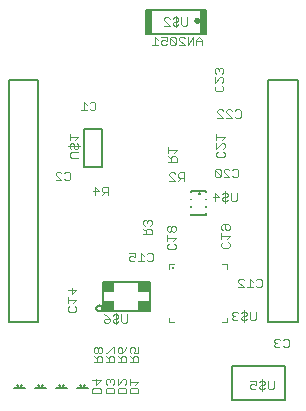
<source format=gbo>
G75*
%MOIN*%
%OFA0B0*%
%FSLAX24Y24*%
%IPPOS*%
%LPD*%
%AMOC8*
5,1,8,0,0,1.08239X$1,22.5*
%
%ADD10C,0.0030*%
%ADD11C,0.0100*%
%ADD12C,0.0080*%
%ADD13C,0.0050*%
%ADD14R,0.0197X0.0787*%
%ADD15C,0.0040*%
%ADD16C,0.0118*%
%ADD17R,0.0394X0.0354*%
D10*
X002718Y003359D02*
X002767Y003311D01*
X002960Y003311D01*
X003009Y003359D01*
X003009Y003456D01*
X002960Y003505D01*
X002912Y003606D02*
X003009Y003702D01*
X002718Y003702D01*
X002718Y003606D02*
X002718Y003799D01*
X002863Y003900D02*
X002863Y004094D01*
X002718Y004045D02*
X003009Y004045D01*
X002863Y003900D01*
X002767Y003505D02*
X002718Y003456D01*
X002718Y003359D01*
X003637Y002133D02*
X003588Y002085D01*
X003588Y001988D01*
X003637Y001940D01*
X003685Y001940D01*
X003733Y001988D01*
X003733Y002085D01*
X003685Y002133D01*
X003637Y002133D01*
X003733Y002085D02*
X003782Y002133D01*
X003830Y002133D01*
X003879Y002085D01*
X003879Y001988D01*
X003830Y001940D01*
X003782Y001940D01*
X003733Y001988D01*
X003733Y001838D02*
X003685Y001790D01*
X003685Y001645D01*
X003588Y001645D02*
X003879Y001645D01*
X003879Y001790D01*
X003830Y001838D01*
X003733Y001838D01*
X003685Y001742D02*
X003588Y001838D01*
X003988Y001838D02*
X004085Y001742D01*
X004085Y001790D02*
X004085Y001645D01*
X003988Y001645D02*
X004279Y001645D01*
X004279Y001790D01*
X004230Y001838D01*
X004133Y001838D01*
X004085Y001790D01*
X004037Y001940D02*
X003988Y001940D01*
X004037Y001940D02*
X004230Y002133D01*
X004279Y002133D01*
X004279Y001940D01*
X004388Y001988D02*
X004388Y002085D01*
X004437Y002133D01*
X004485Y002133D01*
X004533Y002085D01*
X004533Y001940D01*
X004437Y001940D01*
X004388Y001988D01*
X004388Y001838D02*
X004485Y001742D01*
X004485Y001790D02*
X004485Y001645D01*
X004388Y001645D02*
X004679Y001645D01*
X004679Y001790D01*
X004630Y001838D01*
X004533Y001838D01*
X004485Y001790D01*
X004533Y001940D02*
X004630Y002036D01*
X004679Y002133D01*
X004788Y002085D02*
X004788Y001988D01*
X004837Y001940D01*
X004933Y001940D02*
X004982Y002036D01*
X004982Y002085D01*
X004933Y002133D01*
X004837Y002133D01*
X004788Y002085D01*
X004933Y001940D02*
X005079Y001940D01*
X005079Y002133D01*
X005030Y001838D02*
X004933Y001838D01*
X004885Y001790D01*
X004885Y001645D01*
X004788Y001645D02*
X005079Y001645D01*
X005079Y001790D01*
X005030Y001838D01*
X004885Y001742D02*
X004788Y001838D01*
X004788Y001083D02*
X004788Y000890D01*
X004788Y000986D02*
X005079Y000986D01*
X004982Y000890D01*
X005030Y000788D02*
X005079Y000740D01*
X005079Y000595D01*
X004788Y000595D01*
X004788Y000740D01*
X004837Y000788D01*
X005030Y000788D01*
X004679Y000740D02*
X004679Y000595D01*
X004388Y000595D01*
X004388Y000740D01*
X004437Y000788D01*
X004630Y000788D01*
X004679Y000740D01*
X004630Y000890D02*
X004679Y000938D01*
X004679Y001035D01*
X004630Y001083D01*
X004582Y001083D01*
X004388Y000890D01*
X004388Y001083D01*
X004279Y001035D02*
X004279Y000938D01*
X004230Y000890D01*
X004230Y000788D02*
X004037Y000788D01*
X003988Y000740D01*
X003988Y000595D01*
X004279Y000595D01*
X004279Y000740D01*
X004230Y000788D01*
X004037Y000890D02*
X003988Y000938D01*
X003988Y001035D01*
X004037Y001083D01*
X004085Y001083D01*
X004133Y001035D01*
X004133Y000986D01*
X004133Y001035D02*
X004182Y001083D01*
X004230Y001083D01*
X004279Y001035D01*
X003829Y001035D02*
X003683Y000890D01*
X003683Y001083D01*
X003538Y001035D02*
X003829Y001035D01*
X003780Y000788D02*
X003587Y000788D01*
X003538Y000740D01*
X003538Y000595D01*
X003829Y000595D01*
X003829Y000740D01*
X003780Y000788D01*
X003974Y002945D02*
X003926Y002993D01*
X003926Y003042D01*
X003974Y003090D01*
X004119Y003090D01*
X004119Y002993D01*
X004071Y002945D01*
X003974Y002945D01*
X004119Y003090D02*
X004022Y003187D01*
X003926Y003235D01*
X004220Y003187D02*
X004269Y003235D01*
X004365Y003235D01*
X004414Y003187D01*
X004414Y003138D01*
X004365Y003090D01*
X004269Y003090D01*
X004220Y003042D01*
X004220Y002993D01*
X004269Y002945D01*
X004365Y002945D01*
X004414Y002993D01*
X004515Y002993D02*
X004515Y003235D01*
X004708Y003235D02*
X004708Y002993D01*
X004660Y002945D01*
X004563Y002945D01*
X004515Y002993D01*
X004317Y002897D02*
X004317Y003284D01*
X004824Y004995D02*
X004921Y004995D01*
X004969Y005043D01*
X004969Y005140D02*
X004872Y005188D01*
X004824Y005188D01*
X004776Y005140D01*
X004776Y005043D01*
X004824Y004995D01*
X004969Y005140D02*
X004969Y005285D01*
X004776Y005285D01*
X005070Y004995D02*
X005264Y004995D01*
X005167Y004995D02*
X005167Y005285D01*
X005264Y005188D01*
X005365Y005237D02*
X005413Y005285D01*
X005510Y005285D01*
X005558Y005237D01*
X005558Y005043D01*
X005510Y004995D01*
X005413Y004995D01*
X005365Y005043D01*
X006038Y005443D02*
X006038Y005540D01*
X006087Y005588D01*
X006038Y005690D02*
X006038Y005883D01*
X006038Y005786D02*
X006329Y005786D01*
X006232Y005690D01*
X006280Y005588D02*
X006329Y005540D01*
X006329Y005443D01*
X006280Y005395D01*
X006087Y005395D01*
X006038Y005443D01*
X006087Y005984D02*
X006135Y005984D01*
X006183Y006033D01*
X006183Y006129D01*
X006135Y006178D01*
X006087Y006178D01*
X006038Y006129D01*
X006038Y006033D01*
X006087Y005984D01*
X006183Y006033D02*
X006232Y005984D01*
X006280Y005984D01*
X006329Y006033D01*
X006329Y006129D01*
X006280Y006178D01*
X006232Y006178D01*
X006183Y006129D01*
X005529Y006040D02*
X005529Y005895D01*
X005238Y005895D01*
X005335Y005895D02*
X005335Y006040D01*
X005383Y006088D01*
X005480Y006088D01*
X005529Y006040D01*
X005480Y006190D02*
X005529Y006238D01*
X005529Y006335D01*
X005480Y006383D01*
X005432Y006383D01*
X005383Y006335D01*
X005335Y006383D01*
X005287Y006383D01*
X005238Y006335D01*
X005238Y006238D01*
X005287Y006190D01*
X005238Y006088D02*
X005335Y005992D01*
X005383Y006286D02*
X005383Y006335D01*
X006109Y007675D02*
X006303Y007675D01*
X006109Y007868D01*
X006109Y007917D01*
X006158Y007965D01*
X006255Y007965D01*
X006303Y007917D01*
X006404Y007917D02*
X006404Y007820D01*
X006452Y007772D01*
X006598Y007772D01*
X006598Y007675D02*
X006598Y007965D01*
X006452Y007965D01*
X006404Y007917D01*
X006501Y007772D02*
X006404Y007675D01*
X006359Y008306D02*
X006068Y008306D01*
X006165Y008306D02*
X006165Y008451D01*
X006213Y008499D01*
X006310Y008499D01*
X006359Y008451D01*
X006359Y008306D01*
X006165Y008402D02*
X006068Y008499D01*
X006068Y008600D02*
X006068Y008794D01*
X006068Y008697D02*
X006359Y008697D01*
X006262Y008600D01*
X007668Y008606D02*
X007668Y008509D01*
X007717Y008461D01*
X007910Y008461D01*
X007959Y008509D01*
X007959Y008606D01*
X007910Y008655D01*
X007910Y008756D02*
X007959Y008804D01*
X007959Y008901D01*
X007910Y008949D01*
X007862Y008949D01*
X007668Y008756D01*
X007668Y008949D01*
X007668Y009050D02*
X007668Y009244D01*
X007668Y009147D02*
X007959Y009147D01*
X007862Y009050D01*
X007717Y008655D02*
X007668Y008606D01*
X007674Y008085D02*
X007626Y008037D01*
X007819Y007843D01*
X007771Y007795D01*
X007674Y007795D01*
X007626Y007843D01*
X007626Y008037D01*
X007674Y008085D02*
X007771Y008085D01*
X007819Y008037D01*
X007819Y007843D01*
X007920Y007795D02*
X008114Y007795D01*
X007920Y007988D01*
X007920Y008037D01*
X007969Y008085D01*
X008065Y008085D01*
X008114Y008037D01*
X008215Y008037D02*
X008263Y008085D01*
X008360Y008085D01*
X008408Y008037D01*
X008408Y007843D01*
X008360Y007795D01*
X008263Y007795D01*
X008215Y007843D01*
X007967Y007334D02*
X007967Y006947D01*
X008015Y006995D02*
X007919Y006995D01*
X007870Y007043D01*
X007870Y007092D01*
X007919Y007140D01*
X008015Y007140D01*
X008064Y007188D01*
X008064Y007237D01*
X008015Y007285D01*
X007919Y007285D01*
X007870Y007237D01*
X007769Y007140D02*
X007576Y007140D01*
X007624Y006995D02*
X007624Y007285D01*
X007769Y007140D01*
X008015Y006995D02*
X008064Y007043D01*
X008165Y007043D02*
X008213Y006995D01*
X008310Y006995D01*
X008358Y007043D01*
X008358Y007285D01*
X008165Y007285D02*
X008165Y007043D01*
X008080Y006228D02*
X007887Y006228D01*
X007838Y006179D01*
X007838Y006083D01*
X007887Y006034D01*
X007983Y006083D02*
X007983Y006228D01*
X008080Y006228D02*
X008129Y006179D01*
X008129Y006083D01*
X008080Y006034D01*
X008032Y006034D01*
X007983Y006083D01*
X007838Y005933D02*
X007838Y005740D01*
X007838Y005836D02*
X008129Y005836D01*
X008032Y005740D01*
X008080Y005638D02*
X008129Y005590D01*
X008129Y005493D01*
X008080Y005445D01*
X007887Y005445D01*
X007838Y005493D01*
X007838Y005590D01*
X007887Y005638D01*
X008458Y004415D02*
X008555Y004415D01*
X008603Y004367D01*
X008458Y004415D02*
X008409Y004367D01*
X008409Y004318D01*
X008603Y004125D01*
X008409Y004125D01*
X008704Y004125D02*
X008898Y004125D01*
X008801Y004125D02*
X008801Y004415D01*
X008898Y004318D01*
X008999Y004367D02*
X009047Y004415D01*
X009144Y004415D01*
X009192Y004367D01*
X009192Y004173D01*
X009144Y004125D01*
X009047Y004125D01*
X008999Y004173D01*
X008992Y003315D02*
X008992Y003073D01*
X008944Y003025D01*
X008847Y003025D01*
X008799Y003073D01*
X008799Y003315D01*
X008698Y003267D02*
X008649Y003315D01*
X008552Y003315D01*
X008504Y003267D01*
X008403Y003267D02*
X008355Y003315D01*
X008258Y003315D01*
X008209Y003267D01*
X008209Y003218D01*
X008258Y003170D01*
X008209Y003122D01*
X008209Y003073D01*
X008258Y003025D01*
X008355Y003025D01*
X008403Y003073D01*
X008504Y003073D02*
X008504Y003122D01*
X008552Y003170D01*
X008649Y003170D01*
X008698Y003218D01*
X008698Y003267D01*
X008601Y003364D02*
X008601Y002977D01*
X008649Y003025D02*
X008552Y003025D01*
X008504Y003073D01*
X008306Y003170D02*
X008258Y003170D01*
X008649Y003025D02*
X008698Y003073D01*
X009609Y002367D02*
X009609Y002318D01*
X009658Y002270D01*
X009609Y002222D01*
X009609Y002173D01*
X009658Y002125D01*
X009755Y002125D01*
X009803Y002173D01*
X009904Y002173D02*
X009952Y002125D01*
X010049Y002125D01*
X010098Y002173D01*
X010098Y002367D01*
X010049Y002415D01*
X009952Y002415D01*
X009904Y002367D01*
X009803Y002367D02*
X009755Y002415D01*
X009658Y002415D01*
X009609Y002367D01*
X009658Y002270D02*
X009706Y002270D01*
X009592Y001015D02*
X009592Y000773D01*
X009544Y000725D01*
X009447Y000725D01*
X009399Y000773D01*
X009399Y001015D01*
X009298Y000967D02*
X009298Y000918D01*
X009249Y000870D01*
X009152Y000870D01*
X009104Y000822D01*
X009104Y000773D01*
X009152Y000725D01*
X009249Y000725D01*
X009298Y000773D01*
X009201Y000677D02*
X009201Y001064D01*
X009249Y001015D02*
X009152Y001015D01*
X009104Y000967D01*
X009003Y001015D02*
X009003Y000870D01*
X008906Y000918D01*
X008858Y000918D01*
X008809Y000870D01*
X008809Y000773D01*
X008858Y000725D01*
X008955Y000725D01*
X009003Y000773D01*
X009003Y001015D02*
X008809Y001015D01*
X009249Y001015D02*
X009298Y000967D01*
X004058Y007195D02*
X004058Y007485D01*
X003913Y007485D01*
X003865Y007437D01*
X003865Y007340D01*
X003913Y007292D01*
X004058Y007292D01*
X003962Y007292D02*
X003865Y007195D01*
X003764Y007340D02*
X003570Y007340D01*
X003619Y007195D02*
X003619Y007485D01*
X003764Y007340D01*
X002808Y007743D02*
X002760Y007695D01*
X002663Y007695D01*
X002615Y007743D01*
X002514Y007695D02*
X002320Y007888D01*
X002320Y007937D01*
X002369Y007985D01*
X002465Y007985D01*
X002514Y007937D01*
X002615Y007937D02*
X002663Y007985D01*
X002760Y007985D01*
X002808Y007937D01*
X002808Y007743D01*
X002514Y007695D02*
X002320Y007695D01*
X002837Y008445D02*
X002788Y008493D01*
X002788Y008590D01*
X002837Y008638D01*
X003079Y008638D01*
X003030Y008740D02*
X003079Y008788D01*
X003079Y008885D01*
X003030Y008933D01*
X002933Y008885D02*
X002933Y008788D01*
X002982Y008740D01*
X003030Y008740D01*
X003127Y008836D02*
X002740Y008836D01*
X002788Y008788D02*
X002788Y008885D01*
X002837Y008933D01*
X002885Y008933D01*
X002933Y008885D01*
X002982Y009034D02*
X003079Y009131D01*
X002788Y009131D01*
X002788Y009034D02*
X002788Y009228D01*
X002788Y008788D02*
X002837Y008740D01*
X002837Y008445D02*
X003079Y008445D01*
X003159Y010025D02*
X003353Y010025D01*
X003256Y010025D02*
X003256Y010315D01*
X003353Y010218D01*
X003454Y010267D02*
X003502Y010315D01*
X003599Y010315D01*
X003648Y010267D01*
X003648Y010073D01*
X003599Y010025D01*
X003502Y010025D01*
X003454Y010073D01*
X005542Y012195D02*
X005735Y012195D01*
X005638Y012195D02*
X005638Y012485D01*
X005735Y012388D01*
X005836Y012340D02*
X005836Y012243D01*
X005885Y012195D01*
X005981Y012195D01*
X006030Y012243D01*
X006030Y012340D02*
X005933Y012388D01*
X005885Y012388D01*
X005836Y012340D01*
X005836Y012485D02*
X006030Y012485D01*
X006030Y012340D01*
X006131Y012243D02*
X006179Y012195D01*
X006276Y012195D01*
X006324Y012243D01*
X006131Y012437D01*
X006131Y012243D01*
X006324Y012243D02*
X006324Y012437D01*
X006276Y012485D01*
X006179Y012485D01*
X006131Y012437D01*
X006317Y012797D02*
X006317Y013184D01*
X006365Y013135D02*
X006269Y013135D01*
X006220Y013087D01*
X006119Y013087D02*
X006071Y013135D01*
X005974Y013135D01*
X005926Y013087D01*
X005926Y013038D01*
X006119Y012845D01*
X005926Y012845D01*
X006220Y012893D02*
X006220Y012942D01*
X006269Y012990D01*
X006365Y012990D01*
X006414Y013038D01*
X006414Y013087D01*
X006365Y013135D01*
X006515Y013135D02*
X006515Y012893D01*
X006563Y012845D01*
X006660Y012845D01*
X006708Y012893D01*
X006708Y013135D01*
X006414Y012893D02*
X006365Y012845D01*
X006269Y012845D01*
X006220Y012893D01*
X006474Y012485D02*
X006571Y012485D01*
X006619Y012437D01*
X006720Y012485D02*
X006720Y012195D01*
X006914Y012485D01*
X006914Y012195D01*
X007015Y012195D02*
X007015Y012388D01*
X007112Y012485D01*
X007208Y012388D01*
X007208Y012195D01*
X007208Y012340D02*
X007015Y012340D01*
X006619Y012195D02*
X006426Y012388D01*
X006426Y012437D01*
X006474Y012485D01*
X006426Y012195D02*
X006619Y012195D01*
X007618Y011395D02*
X007618Y011299D01*
X007667Y011250D01*
X007618Y011149D02*
X007618Y010956D01*
X007812Y011149D01*
X007860Y011149D01*
X007909Y011101D01*
X007909Y011004D01*
X007860Y010956D01*
X007860Y010855D02*
X007909Y010806D01*
X007909Y010709D01*
X007860Y010661D01*
X007667Y010661D01*
X007618Y010709D01*
X007618Y010806D01*
X007667Y010855D01*
X007860Y011250D02*
X007909Y011299D01*
X007909Y011395D01*
X007860Y011444D01*
X007812Y011444D01*
X007763Y011395D01*
X007715Y011444D01*
X007667Y011444D01*
X007618Y011395D01*
X007763Y011395D02*
X007763Y011347D01*
X007758Y010065D02*
X007855Y010065D01*
X007903Y010017D01*
X008004Y010017D02*
X008052Y010065D01*
X008149Y010065D01*
X008198Y010017D01*
X008299Y010017D02*
X008347Y010065D01*
X008444Y010065D01*
X008492Y010017D01*
X008492Y009823D01*
X008444Y009775D01*
X008347Y009775D01*
X008299Y009823D01*
X008198Y009775D02*
X008004Y009968D01*
X008004Y010017D01*
X008004Y009775D02*
X008198Y009775D01*
X007903Y009775D02*
X007709Y009968D01*
X007709Y010017D01*
X007758Y010065D01*
X007709Y009775D02*
X007903Y009775D01*
D11*
X006973Y013030D02*
X006975Y013043D01*
X006980Y013056D01*
X006989Y013067D01*
X007000Y013074D01*
X007013Y013079D01*
X007026Y013080D01*
X007040Y013077D01*
X007052Y013071D01*
X007062Y013062D01*
X007069Y013050D01*
X007073Y013037D01*
X007073Y013023D01*
X007069Y013010D01*
X007062Y012998D01*
X007052Y012989D01*
X007040Y012983D01*
X007026Y012980D01*
X007013Y012981D01*
X007000Y012986D01*
X006989Y012993D01*
X006980Y013004D01*
X006975Y013017D01*
X006973Y013030D01*
D12*
X001123Y000763D02*
X000942Y000763D01*
X001037Y000885D02*
X001113Y000769D01*
X001123Y000763D02*
X001215Y000885D01*
X001304Y000763D02*
X001123Y000763D01*
X001642Y000763D02*
X001823Y000763D01*
X001915Y000885D01*
X002004Y000763D02*
X001823Y000763D01*
X001813Y000769D02*
X001737Y000885D01*
X002342Y000763D02*
X002523Y000763D01*
X002615Y000885D01*
X002704Y000763D02*
X002523Y000763D01*
X002513Y000769D02*
X002437Y000885D01*
X003042Y000763D02*
X003223Y000763D01*
X003315Y000885D01*
X003404Y000763D02*
X003223Y000763D01*
X003213Y000769D02*
X003137Y000885D01*
X001735Y002975D02*
X001735Y011046D01*
X000750Y011046D01*
X000750Y002975D01*
X001735Y002975D01*
X009412Y002975D02*
X009412Y011046D01*
X010396Y011046D01*
X010396Y002975D01*
X009412Y002975D01*
D13*
X009959Y001501D02*
X008187Y001501D01*
X008187Y000359D01*
X009959Y000359D01*
X009959Y001501D01*
X007321Y006556D02*
X006920Y006556D01*
X006829Y006556D01*
X006829Y006580D01*
X006829Y006820D02*
X006829Y006824D01*
X006829Y007072D02*
X006829Y007080D01*
X006829Y007304D02*
X006829Y007343D01*
X006991Y007343D01*
X007321Y007343D01*
X007321Y007316D01*
X007106Y007269D02*
X007108Y007277D01*
X007113Y007283D01*
X007120Y007287D01*
X007128Y007287D01*
X007135Y007283D01*
X007140Y007277D01*
X007142Y007269D01*
X007140Y007261D01*
X007135Y007255D01*
X007128Y007251D01*
X007120Y007251D01*
X007113Y007255D01*
X007108Y007261D01*
X007106Y007269D01*
X007321Y007084D02*
X007321Y007072D01*
X007321Y006824D02*
X007321Y006816D01*
X007321Y006595D02*
X007321Y006556D01*
X005461Y004322D02*
X003886Y004322D01*
X003886Y003338D01*
X005461Y003338D01*
X005461Y004322D01*
X003673Y003430D02*
X003675Y003450D01*
X003681Y003468D01*
X003690Y003486D01*
X003702Y003501D01*
X003717Y003513D01*
X003735Y003522D01*
X003753Y003528D01*
X003773Y003530D01*
X003793Y003528D01*
X003811Y003522D01*
X003829Y003513D01*
X003844Y003501D01*
X003856Y003486D01*
X003865Y003468D01*
X003871Y003450D01*
X003873Y003430D01*
X003871Y003410D01*
X003865Y003392D01*
X003856Y003374D01*
X003844Y003359D01*
X003829Y003347D01*
X003811Y003338D01*
X003793Y003332D01*
X003773Y003330D01*
X003753Y003332D01*
X003735Y003338D01*
X003717Y003347D01*
X003702Y003359D01*
X003690Y003374D01*
X003681Y003392D01*
X003675Y003410D01*
X003673Y003430D01*
X003868Y008150D02*
X003278Y008150D01*
X003278Y009410D01*
X003868Y009410D01*
X003868Y008150D01*
X005319Y012586D02*
X007327Y012586D01*
X007327Y013374D01*
X005319Y013374D01*
X005319Y012586D01*
D14*
X005418Y012980D03*
X007229Y012980D03*
D15*
X007880Y004895D02*
X008038Y004895D01*
X008038Y004737D01*
X008038Y003123D02*
X008038Y002965D01*
X007880Y002965D01*
X006266Y002965D02*
X006109Y002965D01*
X006109Y003123D01*
X006109Y004737D02*
X006109Y004895D01*
X006266Y004895D01*
D16*
X006217Y004786D03*
D17*
X005264Y004145D03*
X005264Y003515D03*
X004083Y003515D03*
X004083Y004145D03*
M02*

</source>
